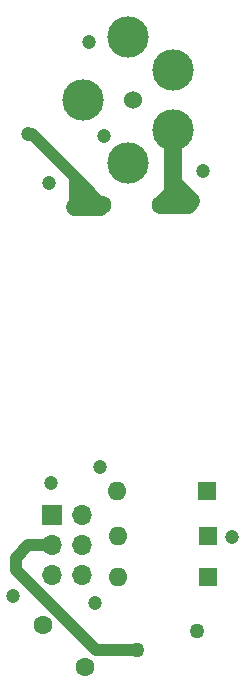
<source format=gbr>
%TF.GenerationSoftware,KiCad,Pcbnew,(5.1.10)-1*%
%TF.CreationDate,2021-07-21T08:52:03+03:00*%
%TF.ProjectId,SGX-CH4-sensor_v2,5347582d-4348-4342-9d73-656e736f725f,rev?*%
%TF.SameCoordinates,Original*%
%TF.FileFunction,Copper,L1,Top*%
%TF.FilePolarity,Positive*%
%FSLAX46Y46*%
G04 Gerber Fmt 4.6, Leading zero omitted, Abs format (unit mm)*
G04 Created by KiCad (PCBNEW (5.1.10)-1) date 2021-07-21 08:52:03*
%MOMM*%
%LPD*%
G01*
G04 APERTURE LIST*
%TA.AperFunction,ComponentPad*%
%ADD10R,1.600000X1.600000*%
%TD*%
%TA.AperFunction,ComponentPad*%
%ADD11O,1.600000X1.600000*%
%TD*%
%TA.AperFunction,ComponentPad*%
%ADD12C,3.500000*%
%TD*%
%TA.AperFunction,ComponentPad*%
%ADD13C,1.524000*%
%TD*%
%TA.AperFunction,ComponentPad*%
%ADD14C,1.270000*%
%TD*%
%TA.AperFunction,ComponentPad*%
%ADD15C,1.600000*%
%TD*%
%TA.AperFunction,ComponentPad*%
%ADD16R,1.700000X1.700000*%
%TD*%
%TA.AperFunction,ComponentPad*%
%ADD17O,1.700000X1.700000*%
%TD*%
%TA.AperFunction,ViaPad*%
%ADD18C,1.200000*%
%TD*%
%TA.AperFunction,Conductor*%
%ADD19C,1.500000*%
%TD*%
%TA.AperFunction,Conductor*%
%ADD20C,1.000000*%
%TD*%
%TA.AperFunction,Conductor*%
%ADD21C,0.500000*%
%TD*%
G04 APERTURE END LIST*
D10*
%TO.P,D1,1*%
%TO.N,Net-(C1-Pad1)*%
X106273600Y-93116400D03*
D11*
%TO.P,D1,2*%
%TO.N,Net-(C1-Pad2)*%
X98653600Y-93116400D03*
%TD*%
%TO.P,D2,2*%
%TO.N,Net-(C1-Pad2)*%
X98729800Y-96901000D03*
D10*
%TO.P,D2,1*%
%TO.N,Net-(C1-Pad1)*%
X106349800Y-96901000D03*
%TD*%
%TO.P,D3,1*%
%TO.N,Net-(C1-Pad1)*%
X106349800Y-100380800D03*
D11*
%TO.P,D3,2*%
%TO.N,Net-(C1-Pad2)*%
X98729800Y-100380800D03*
%TD*%
D12*
%TO.P,U2,2*%
%TO.N,Net-(C1-Pad1)*%
X103380000Y-57460000D03*
%TO.P,U2,4*%
%TO.N,Net-(J1-Pad6)*%
X99580000Y-65335000D03*
%TO.P,U2,3*%
%TO.N,Net-(C1-Pad2)*%
X103380000Y-62540000D03*
%TO.P,U2,5*%
%TO.N,Net-(U1-Pad3)*%
X95760000Y-60000000D03*
D13*
%TO.P,U2,P1*%
%TO.N,N/C*%
X100000000Y-60000000D03*
D12*
%TO.P,U2,1*%
%TO.N,Net-(J1-Pad5)*%
X99580000Y-54665000D03*
%TD*%
D14*
%TO.P,F1,2*%
%TO.N,Net-(C1-Pad1)*%
X105455400Y-104927600D03*
%TO.P,F1,1*%
%TO.N,Net-(F1-Pad1)*%
X100355400Y-106527600D03*
%TD*%
D15*
%TO.P,C1,1*%
%TO.N,Net-(C1-Pad1)*%
X95935800Y-108000800D03*
%TO.P,C1,2*%
%TO.N,Net-(C1-Pad2)*%
X92400266Y-104465266D03*
%TD*%
%TO.P,C2,1*%
%TO.N,Net-(C1-Pad2)*%
X102412800Y-68859400D03*
%TO.P,C2,2*%
%TO.N,Net-(C1-Pad1)*%
X97412800Y-68859400D03*
%TD*%
D16*
%TO.P,J1,1*%
%TO.N,Net-(J1-Pad1)*%
X93116400Y-95148400D03*
D17*
%TO.P,J1,2*%
%TO.N,Net-(C1-Pad2)*%
X95656400Y-95148400D03*
%TO.P,J1,3*%
%TO.N,Net-(F1-Pad1)*%
X93116400Y-97688400D03*
%TO.P,J1,4*%
%TO.N,Net-(J1-Pad1)*%
X95656400Y-97688400D03*
%TO.P,J1,5*%
%TO.N,Net-(J1-Pad5)*%
X93116400Y-100228400D03*
%TO.P,J1,6*%
%TO.N,Net-(J1-Pad6)*%
X95656400Y-100228400D03*
%TD*%
D18*
%TO.N,Net-(C1-Pad2)*%
X104927400Y-68554600D03*
%TO.N,Net-(C1-Pad1)*%
X95097600Y-69037200D03*
%TO.N,Net-(J1-Pad1)*%
X93040200Y-92405200D03*
%TO.N,Net-(C1-Pad2)*%
X97205800Y-91084400D03*
%TO.N,Net-(C1-Pad1)*%
X108407200Y-96977200D03*
%TO.N,Net-(J1-Pad6)*%
X96824800Y-102565200D03*
%TO.N,Net-(J1-Pad5)*%
X89839800Y-102006400D03*
%TO.N,Net-(J1-Pad6)*%
X105918000Y-65989200D03*
%TO.N,Net-(J1-Pad5)*%
X96316800Y-55041800D03*
%TO.N,Net-(J1-Pad1)*%
X92913200Y-67056000D03*
%TO.N,Net-(C1-Pad1)*%
X91084400Y-62865000D03*
%TO.N,Net-(C1-Pad2)*%
X97536000Y-63017400D03*
%TD*%
D19*
%TO.N,Net-(C1-Pad1)*%
X97235000Y-69037200D02*
X97412800Y-68859400D01*
D20*
X91084400Y-62865000D02*
X91418400Y-62865000D01*
X95097600Y-69037200D02*
X95097600Y-66544200D01*
X95097600Y-66544200D02*
X94909000Y-66355600D01*
X91418400Y-62865000D02*
X94909000Y-66355600D01*
X95594800Y-68112000D02*
X96520000Y-69037200D01*
X95594800Y-67041400D02*
X95594800Y-68112000D01*
D19*
X96520000Y-69037200D02*
X97235000Y-69037200D01*
X95097600Y-69037200D02*
X96520000Y-69037200D01*
D20*
X94909000Y-66355600D02*
X95594800Y-67041400D01*
X95594800Y-67041400D02*
X97412800Y-68859400D01*
D21*
%TO.N,Net-(C1-Pad2)*%
X103380000Y-64684598D02*
X103380000Y-62540000D01*
D19*
X104622600Y-68859400D02*
X104927400Y-68554600D01*
X102412800Y-68859400D02*
X104622600Y-68859400D01*
X103380000Y-67007200D02*
X104927400Y-68554600D01*
X103380000Y-67892200D02*
X103380000Y-65661000D01*
X102412800Y-68859400D02*
X103380000Y-67892200D01*
X103380000Y-65661000D02*
X103380000Y-67007200D01*
X103380000Y-62540000D02*
X103380000Y-65661000D01*
D20*
%TO.N,Net-(F1-Pad1)*%
X96850200Y-106527600D02*
X100355400Y-106527600D01*
X90068400Y-99745800D02*
X96850200Y-106527600D01*
X90068400Y-98755200D02*
X90068400Y-99745800D01*
X91135200Y-97688400D02*
X90068400Y-98755200D01*
X93116400Y-97688400D02*
X91135200Y-97688400D01*
%TD*%
M02*

</source>
